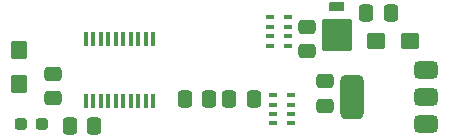
<source format=gbr>
%TF.GenerationSoftware,KiCad,Pcbnew,9.0.1*%
%TF.CreationDate,2025-04-21T22:05:37-04:00*%
%TF.ProjectId,nano_original,6e616e6f-5f6f-4726-9967-696e616c2e6b,rev?*%
%TF.SameCoordinates,Original*%
%TF.FileFunction,Paste,Bot*%
%TF.FilePolarity,Positive*%
%FSLAX46Y46*%
G04 Gerber Fmt 4.6, Leading zero omitted, Abs format (unit mm)*
G04 Created by KiCad (PCBNEW 9.0.1) date 2025-04-21 22:05:37*
%MOMM*%
%LPD*%
G01*
G04 APERTURE LIST*
G04 Aperture macros list*
%AMRoundRect*
0 Rectangle with rounded corners*
0 $1 Rounding radius*
0 $2 $3 $4 $5 $6 $7 $8 $9 X,Y pos of 4 corners*
0 Add a 4 corners polygon primitive as box body*
4,1,4,$2,$3,$4,$5,$6,$7,$8,$9,$2,$3,0*
0 Add four circle primitives for the rounded corners*
1,1,$1+$1,$2,$3*
1,1,$1+$1,$4,$5*
1,1,$1+$1,$6,$7*
1,1,$1+$1,$8,$9*
0 Add four rect primitives between the rounded corners*
20,1,$1+$1,$2,$3,$4,$5,0*
20,1,$1+$1,$4,$5,$6,$7,0*
20,1,$1+$1,$6,$7,$8,$9,0*
20,1,$1+$1,$8,$9,$2,$3,0*%
G04 Aperture macros list end*
%ADD10RoundRect,0.375000X0.625000X0.375000X-0.625000X0.375000X-0.625000X-0.375000X0.625000X-0.375000X0*%
%ADD11RoundRect,0.500000X0.500000X1.400000X-0.500000X1.400000X-0.500000X-1.400000X0.500000X-1.400000X0*%
%ADD12RoundRect,0.250000X0.475000X-0.337500X0.475000X0.337500X-0.475000X0.337500X-0.475000X-0.337500X0*%
%ADD13RoundRect,0.076200X0.558800X-0.304800X0.558800X0.304800X-0.558800X0.304800X-0.558800X-0.304800X0*%
%ADD14RoundRect,0.127000X1.143000X-1.208000X1.143000X1.208000X-1.143000X1.208000X-1.143000X-1.208000X0*%
%ADD15RoundRect,0.250000X0.445000X-0.545000X0.445000X0.545000X-0.445000X0.545000X-0.445000X-0.545000X0*%
%ADD16RoundRect,0.250000X0.337500X0.475000X-0.337500X0.475000X-0.337500X-0.475000X0.337500X-0.475000X0*%
%ADD17RoundRect,0.250000X-0.337500X-0.475000X0.337500X-0.475000X0.337500X0.475000X-0.337500X0.475000X0*%
%ADD18R,0.760000X0.430000*%
%ADD19RoundRect,0.237500X0.287500X0.237500X-0.287500X0.237500X-0.287500X-0.237500X0.287500X-0.237500X0*%
%ADD20R,0.400000X1.200000*%
%ADD21RoundRect,0.250000X-0.545000X-0.445000X0.545000X-0.445000X0.545000X0.445000X-0.545000X0.445000X0*%
G04 APERTURE END LIST*
D10*
%TO.C,U1*%
X95300000Y-87700000D03*
D11*
X89000000Y-85400000D03*
D10*
X95300000Y-85400000D03*
X95300000Y-83100000D03*
%TD*%
D12*
%TO.C,C1*%
X86725000Y-86125000D03*
X86725000Y-84050000D03*
%TD*%
D13*
%TO.C,D2*%
X87725000Y-77799000D03*
D14*
X87725000Y-80150000D03*
%TD*%
D15*
%TO.C,C5*%
X60800000Y-84275000D03*
X60800000Y-81395000D03*
%TD*%
D16*
%TO.C,C8*%
X67162500Y-87850000D03*
X65087500Y-87850000D03*
%TD*%
D17*
%TO.C,C7*%
X78600000Y-85575000D03*
X80675000Y-85575000D03*
%TD*%
D18*
%TO.C,RN1*%
X83820000Y-85225000D03*
X83820000Y-86025000D03*
X83820000Y-86825000D03*
X83820000Y-87625000D03*
X82300000Y-87625000D03*
X82300000Y-86825000D03*
X82300000Y-86025000D03*
X82300000Y-85225000D03*
%TD*%
D19*
%TO.C,F1*%
X62715000Y-87685000D03*
X60965000Y-87685000D03*
%TD*%
D16*
%TO.C,C9*%
X76900000Y-85575000D03*
X74825000Y-85575000D03*
%TD*%
D18*
%TO.C,RN2*%
X82030000Y-81025000D03*
X82030000Y-80225000D03*
X82030000Y-79425000D03*
X82030000Y-78625000D03*
X83550000Y-78625000D03*
X83550000Y-79425000D03*
X83550000Y-80225000D03*
X83550000Y-81025000D03*
%TD*%
D12*
%TO.C,C2*%
X63650000Y-85475000D03*
X63650000Y-83400000D03*
%TD*%
%TO.C,C4*%
X85225000Y-81525000D03*
X85225000Y-79450000D03*
%TD*%
D17*
%TO.C,C6*%
X90225000Y-78275000D03*
X92300000Y-78275000D03*
%TD*%
D20*
%TO.C,U2*%
X72190000Y-85700000D03*
X71555000Y-85700000D03*
X70920000Y-85700000D03*
X70285000Y-85700000D03*
X69650000Y-85700000D03*
X69015000Y-85700000D03*
X68380000Y-85700000D03*
X67745000Y-85700000D03*
X67110000Y-85700000D03*
X66475000Y-85700000D03*
X66475000Y-80500000D03*
X67110000Y-80500000D03*
X67745000Y-80500000D03*
X68380000Y-80500000D03*
X69015000Y-80500000D03*
X69650000Y-80500000D03*
X70285000Y-80500000D03*
X70920000Y-80500000D03*
X71555000Y-80500000D03*
X72190000Y-80500000D03*
%TD*%
D21*
%TO.C,C3*%
X91025000Y-80650000D03*
X93905000Y-80650000D03*
%TD*%
M02*

</source>
